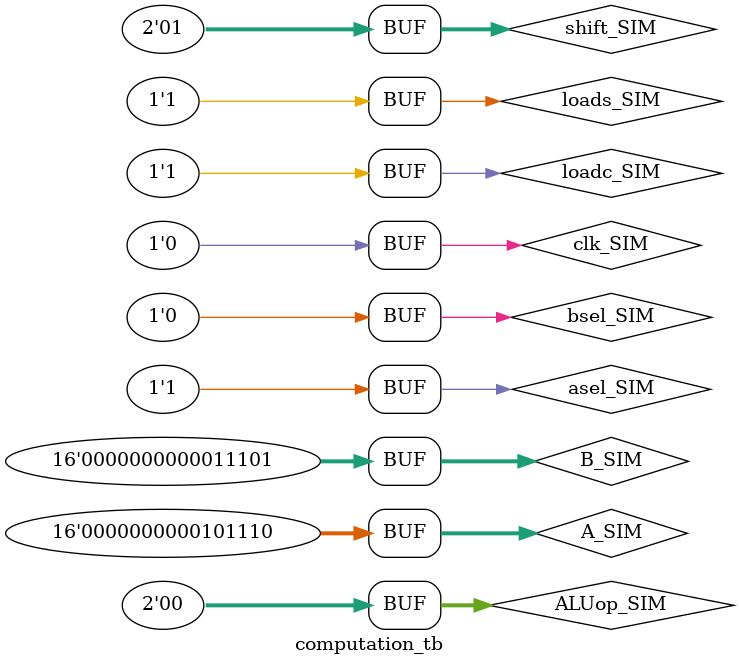
<source format=v>
module computation_tb();
	reg asel_SIM, bsel_SIM, loadc_SIM, loads_SIM, clk_SIM;
	reg [1:0] ALUop_SIM, shift_SIM;
	reg [15:0] A_SIM, B_SIM;
	wire status_SIM;
	wire [15:0] C_SIM, datapath_in_SIM;
	//Constants
	`define WIDTH 16
	`define STATUSWIDTH 1
	computation #(
		.width(`WIDTH),
		.statusWidth(`STATUSWIDTH)
		) DUT(
		.clk			(clk_SIM),
		.asel			(asel_SIM),
		.bsel			(bsel_SIM),
		.loadc			(loadc_SIM),
		.loads			(loads_SIM),
		.shift			(shift_SIM),
		.ALUop			(ALUop_SIM),
		.datapath_in	(datapath_in_SIM),
		.A				(A_SIM),
		.B				(B_SIM),
		.status			(status_SIM),
		.C				(C_SIM)
		);
	initial begin
		loadc_SIM= 1;
		loads_SIM= 1;
		asel_SIM= 1;
		bsel_SIM= 0;
		B_SIM [15:0]= 16'b0000000000011101; //1+4+8+16= 29
		A_SIM [15:0]= 16'b0000000000101110; //2+4+8+32= 46
		ALUop_SIM [1:0]= 00; //add Ain + Bin
		shift_SIM [1:0]= 10; // B = shifted right one and left bit = 0 -> 2+4+8 =14 //ALUComputed= 60
		$display("ALUComputed = 60 = 00111100");
		#10;
			repeat(2) begin
				#10;
				clk_SIM = 1;
				#10;
				clk_SIM = 0;
			end
		#10;
		asel_SIM= 1;
		#10;
		bsel_SIM= 0;
		#10;
		B_SIM [15:0]= 16'b0000000000011101; //1+4+8+16= 29
		#10;
		A_SIM [15:0]= 16'b0000000000101110; //2+4+8+32= 46
		#10;
		ALUop_SIM [1:0]= 00; //add Ain + Bin
		#10;
		shift_SIM [1:0]= 01; // B = shifted left one and right bit = 0 -> 2+8+16+32= 58 //ALUcomputed = 104
		$display("ALUComputed = 104 = 01101000");
		#10;
			repeat(2) begin
				#10;
				clk_SIM = 1;
				#10;
				clk_SIM = 0;
			end
	end
endmodule
</source>
